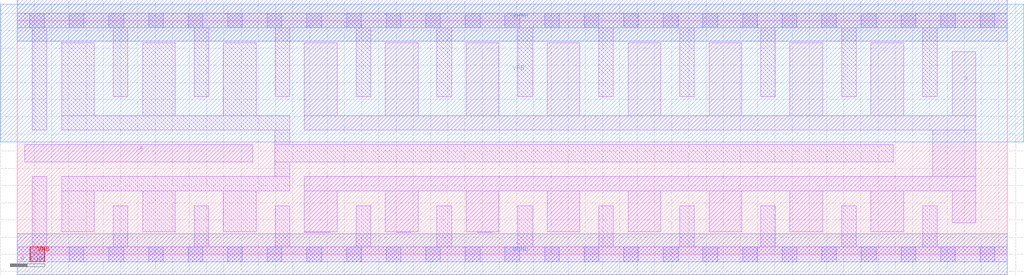
<source format=lef>
# Copyright 2020 The SkyWater PDK Authors
#
# Licensed under the Apache License, Version 2.0 (the "License");
# you may not use this file except in compliance with the License.
# You may obtain a copy of the License at
#
#     https://www.apache.org/licenses/LICENSE-2.0
#
# Unless required by applicable law or agreed to in writing, software
# distributed under the License is distributed on an "AS IS" BASIS,
# WITHOUT WARRANTIES OR CONDITIONS OF ANY KIND, either express or implied.
# See the License for the specific language governing permissions and
# limitations under the License.
#
# SPDX-License-Identifier: Apache-2.0

VERSION 5.7 ;
  NOWIREEXTENSIONATPIN ON ;
  DIVIDERCHAR "/" ;
  BUSBITCHARS "[]" ;
PROPERTYDEFINITIONS
  MACRO maskLayoutSubType STRING ;
  MACRO prCellType STRING ;
  MACRO originalViewName STRING ;
END PROPERTYDEFINITIONS
MACRO sky130_fd_sc_hdll__buf_16
  CLASS CORE ;
  FOREIGN sky130_fd_sc_hdll__buf_16 ;
  ORIGIN  0.000000  0.000000 ;
  SIZE  11.50000 BY  2.720000 ;
  SYMMETRY X Y R90 ;
  SITE unithd ;
  PIN A
    ANTENNAGATEAREA  1.665000 ;
    DIRECTION INPUT ;
    USE SIGNAL ;
    PORT
      LAYER li1 ;
        RECT 0.085000 1.075000 2.735000 1.275000 ;
    END
  END A
  PIN VGND
    ANTENNADIFFAREA  2.385500 ;
    DIRECTION INOUT ;
    USE SIGNAL ;
    PORT
      LAYER met1 ;
        RECT 0.000000 -0.240000 11.500000 0.240000 ;
    END
  END VGND
  PIN VPWR
    ANTENNADIFFAREA  3.440000 ;
    DIRECTION INOUT ;
    USE SIGNAL ;
    PORT
      LAYER met1 ;
        RECT 0.000000 2.480000 11.500000 2.960000 ;
    END
  END VPWR
  PIN X
    ANTENNADIFFAREA  4.016500 ;
    DIRECTION OUTPUT ;
    USE SIGNAL ;
    PORT
      LAYER li1 ;
        RECT  3.335000 0.255000  3.635000 0.260000 ;
        RECT  3.335000 0.260000  3.715000 0.735000 ;
        RECT  3.335000 0.735000 11.135000 0.905000 ;
        RECT  3.335000 1.445000 11.135000 1.615000 ;
        RECT  3.335000 1.615000  3.715000 2.465000 ;
        RECT  4.275000 0.260000  4.655000 0.735000 ;
        RECT  4.275000 1.615000  4.655000 2.465000 ;
        RECT  4.405000 0.255000  4.575000 0.260000 ;
        RECT  5.215000 0.260000  5.595000 0.735000 ;
        RECT  5.215000 1.615000  5.595000 2.465000 ;
        RECT  5.345000 0.255000  5.515000 0.260000 ;
        RECT  6.155000 0.260000  6.535000 0.735000 ;
        RECT  6.155000 1.615000  6.535000 2.465000 ;
        RECT  7.095000 0.260000  7.475000 0.735000 ;
        RECT  7.095000 1.615000  7.475000 2.465000 ;
        RECT  8.035000 0.260000  8.415000 0.735000 ;
        RECT  8.035000 1.615000  8.415000 2.465000 ;
        RECT  8.975000 0.260000  9.355000 0.735000 ;
        RECT  8.975000 1.615000  9.355000 2.465000 ;
        RECT  9.915000 0.260000 10.295000 0.735000 ;
        RECT  9.915000 1.615000 10.295000 2.465000 ;
        RECT 10.635000 0.905000 11.135000 1.445000 ;
        RECT 10.860000 0.365000 11.135000 0.735000 ;
        RECT 10.860000 1.615000 11.135000 2.360000 ;
    END
  END X
  PIN VNB
    DIRECTION INOUT ;
    USE GROUND ;
    PORT
      LAYER pwell ;
        RECT 0.150000 -0.085000 0.320000 0.085000 ;
    END
  END VNB
  PIN VPB
    DIRECTION INOUT ;
    USE POWER ;
    PORT
      LAYER nwell ;
        RECT -0.190000 1.305000 11.690000 2.910000 ;
    END
  END VPB
  OBS
    LAYER li1 ;
      RECT  0.000000 -0.085000 11.500000 0.085000 ;
      RECT  0.000000  2.635000 11.500000 2.805000 ;
      RECT  0.175000  0.085000  0.345000 0.905000 ;
      RECT  0.175000  1.445000  0.345000 2.635000 ;
      RECT  0.515000  0.260000  0.895000 0.735000 ;
      RECT  0.515000  0.735000  3.165000 0.905000 ;
      RECT  0.515000  1.445000  3.165000 1.615000 ;
      RECT  0.515000  1.615000  0.895000 2.465000 ;
      RECT  1.115000  0.085000  1.285000 0.565000 ;
      RECT  1.115000  1.835000  1.285000 2.635000 ;
      RECT  1.455000  0.260000  1.835000 0.735000 ;
      RECT  1.455000  1.615000  1.835000 2.465000 ;
      RECT  2.055000  0.085000  2.225000 0.565000 ;
      RECT  2.055000  1.835000  2.225000 2.635000 ;
      RECT  2.395000  0.260000  2.775000 0.735000 ;
      RECT  2.395000  1.615000  2.775000 2.465000 ;
      RECT  2.990000  0.905000  3.165000 1.075000 ;
      RECT  2.990000  1.075000 10.175000 1.275000 ;
      RECT  2.990000  1.275000  3.165000 1.445000 ;
      RECT  2.995000  0.085000  3.165000 0.565000 ;
      RECT  2.995000  1.835000  3.165000 2.635000 ;
      RECT  3.935000  0.085000  4.105000 0.565000 ;
      RECT  3.935000  1.835000  4.105000 2.635000 ;
      RECT  4.875000  0.085000  5.045000 0.565000 ;
      RECT  4.875000  1.835000  5.045000 2.635000 ;
      RECT  5.815000  0.085000  5.985000 0.565000 ;
      RECT  5.815000  1.835000  5.985000 2.635000 ;
      RECT  6.755000  0.085000  6.925000 0.565000 ;
      RECT  6.755000  1.835000  6.925000 2.635000 ;
      RECT  7.695000  0.085000  7.865000 0.565000 ;
      RECT  7.695000  1.835000  7.865000 2.635000 ;
      RECT  8.635000  0.085000  8.805000 0.565000 ;
      RECT  8.635000  1.835000  8.805000 2.635000 ;
      RECT  9.575000  0.085000  9.745000 0.565000 ;
      RECT  9.575000  1.835000  9.745000 2.635000 ;
      RECT 10.515000  0.085000 10.685000 0.565000 ;
      RECT 10.515000  1.835000 10.685000 2.635000 ;
    LAYER mcon ;
      RECT  0.145000 -0.085000  0.315000 0.085000 ;
      RECT  0.145000  2.635000  0.315000 2.805000 ;
      RECT  0.605000 -0.085000  0.775000 0.085000 ;
      RECT  0.605000  2.635000  0.775000 2.805000 ;
      RECT  1.065000 -0.085000  1.235000 0.085000 ;
      RECT  1.065000  2.635000  1.235000 2.805000 ;
      RECT  1.525000 -0.085000  1.695000 0.085000 ;
      RECT  1.525000  2.635000  1.695000 2.805000 ;
      RECT  1.985000 -0.085000  2.155000 0.085000 ;
      RECT  1.985000  2.635000  2.155000 2.805000 ;
      RECT  2.445000 -0.085000  2.615000 0.085000 ;
      RECT  2.445000  2.635000  2.615000 2.805000 ;
      RECT  2.905000 -0.085000  3.075000 0.085000 ;
      RECT  2.905000  2.635000  3.075000 2.805000 ;
      RECT  3.365000 -0.085000  3.535000 0.085000 ;
      RECT  3.365000  2.635000  3.535000 2.805000 ;
      RECT  3.825000 -0.085000  3.995000 0.085000 ;
      RECT  3.825000  2.635000  3.995000 2.805000 ;
      RECT  4.285000 -0.085000  4.455000 0.085000 ;
      RECT  4.285000  2.635000  4.455000 2.805000 ;
      RECT  4.745000 -0.085000  4.915000 0.085000 ;
      RECT  4.745000  2.635000  4.915000 2.805000 ;
      RECT  5.205000 -0.085000  5.375000 0.085000 ;
      RECT  5.205000  2.635000  5.375000 2.805000 ;
      RECT  5.665000 -0.085000  5.835000 0.085000 ;
      RECT  5.665000  2.635000  5.835000 2.805000 ;
      RECT  6.125000 -0.085000  6.295000 0.085000 ;
      RECT  6.125000  2.635000  6.295000 2.805000 ;
      RECT  6.585000 -0.085000  6.755000 0.085000 ;
      RECT  6.585000  2.635000  6.755000 2.805000 ;
      RECT  7.045000 -0.085000  7.215000 0.085000 ;
      RECT  7.045000  2.635000  7.215000 2.805000 ;
      RECT  7.505000 -0.085000  7.675000 0.085000 ;
      RECT  7.505000  2.635000  7.675000 2.805000 ;
      RECT  7.965000 -0.085000  8.135000 0.085000 ;
      RECT  7.965000  2.635000  8.135000 2.805000 ;
      RECT  8.425000 -0.085000  8.595000 0.085000 ;
      RECT  8.425000  2.635000  8.595000 2.805000 ;
      RECT  8.885000 -0.085000  9.055000 0.085000 ;
      RECT  8.885000  2.635000  9.055000 2.805000 ;
      RECT  9.345000 -0.085000  9.515000 0.085000 ;
      RECT  9.345000  2.635000  9.515000 2.805000 ;
      RECT  9.805000 -0.085000  9.975000 0.085000 ;
      RECT  9.805000  2.635000  9.975000 2.805000 ;
      RECT 10.265000 -0.085000 10.435000 0.085000 ;
      RECT 10.265000  2.635000 10.435000 2.805000 ;
      RECT 10.725000 -0.085000 10.895000 0.085000 ;
      RECT 10.725000  2.635000 10.895000 2.805000 ;
      RECT 11.185000 -0.085000 11.355000 0.085000 ;
      RECT 11.185000  2.635000 11.355000 2.805000 ;
  END
  PROPERTY maskLayoutSubType "abstract" ;
  PROPERTY prCellType "standard" ;
  PROPERTY originalViewName "layout" ;
END sky130_fd_sc_hdll__buf_16
END LIBRARY

</source>
